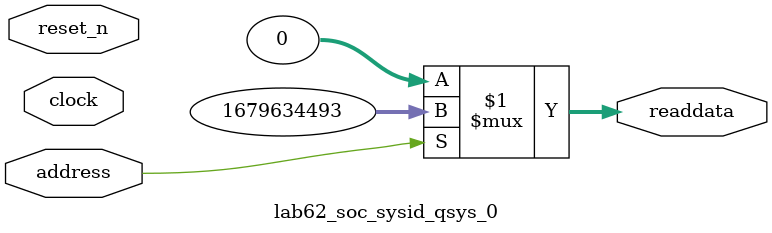
<source format=v>



// synthesis translate_off
`timescale 1ns / 1ps
// synthesis translate_on

// turn off superfluous verilog processor warnings 
// altera message_level Level1 
// altera message_off 10034 10035 10036 10037 10230 10240 10030 

module lab62_soc_sysid_qsys_0 (
               // inputs:
                address,
                clock,
                reset_n,

               // outputs:
                readdata
             )
;

  output  [ 31: 0] readdata;
  input            address;
  input            clock;
  input            reset_n;

  wire    [ 31: 0] readdata;
  //control_slave, which is an e_avalon_slave
  assign readdata = address ? 1679634493 : 0;

endmodule



</source>
